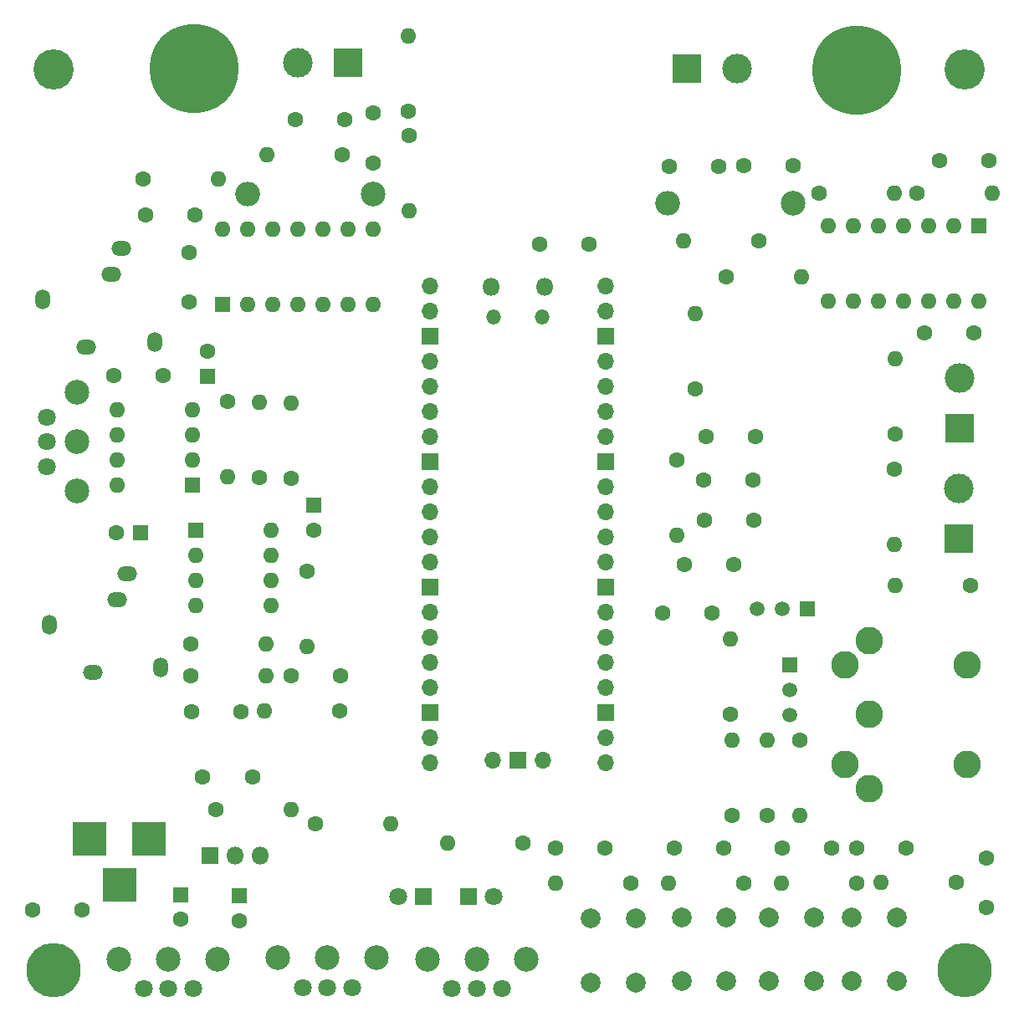
<source format=gbr>
%TF.GenerationSoftware,KiCad,Pcbnew,7.0.11+dfsg-1build4*%
%TF.CreationDate,2025-01-09T21:07:42-06:00*%
%TF.ProjectId,MCTheremin,4d435468-6572-4656-9d69-6e2e6b696361,rev?*%
%TF.SameCoordinates,Original*%
%TF.FileFunction,Soldermask,Bot*%
%TF.FilePolarity,Negative*%
%FSLAX46Y46*%
G04 Gerber Fmt 4.6, Leading zero omitted, Abs format (unit mm)*
G04 Created by KiCad (PCBNEW 7.0.11+dfsg-1build4) date 2025-01-09 21:07:42*
%MOMM*%
%LPD*%
G01*
G04 APERTURE LIST*
%ADD10C,1.600000*%
%ADD11R,1.600000X1.600000*%
%ADD12R,3.500000X3.500000*%
%ADD13C,9.000000*%
%ADD14C,4.064000*%
%ADD15C,5.500000*%
%ADD16R,1.500000X1.500000*%
%ADD17C,1.500000*%
%ADD18O,1.600000X1.600000*%
%ADD19C,1.800000*%
%ADD20C,2.500000*%
%ADD21C,2.000000*%
%ADD22R,1.800000X1.800000*%
%ADD23O,1.800000X1.800000*%
%ADD24R,3.000000X3.000000*%
%ADD25C,3.000000*%
%ADD26O,2.500000X2.500000*%
%ADD27O,1.500000X2.000000*%
%ADD28O,2.000000X1.500000*%
%ADD29C,2.800000*%
%ADD30O,1.500000X1.500000*%
%ADD31O,1.700000X1.700000*%
%ADD32R,1.700000X1.700000*%
G04 APERTURE END LIST*
D10*
%TO.C,C1*%
X119400000Y-100543000D03*
X124400000Y-100543000D03*
%TD*%
%TO.C,C2*%
X59640000Y-85883000D03*
X64640000Y-85883000D03*
%TD*%
%TO.C,C3*%
X119350000Y-96473000D03*
X124350000Y-96473000D03*
%TD*%
D11*
%TO.C,C5*%
X66400000Y-138433000D03*
D10*
X66400000Y-140933000D03*
%TD*%
D11*
%TO.C,C6*%
X62380000Y-101753000D03*
D10*
X59880000Y-101753000D03*
%TD*%
%TO.C,C8*%
X128410000Y-64633000D03*
X123410000Y-64633000D03*
%TD*%
%TO.C,C9*%
X67870000Y-69593000D03*
X62870000Y-69593000D03*
%TD*%
D11*
%TO.C,C10*%
X72350000Y-138533000D03*
D10*
X72350000Y-141033000D03*
%TD*%
%TO.C,C11*%
X119560000Y-92023000D03*
X124560000Y-92023000D03*
%TD*%
D11*
%TO.C,C12*%
X69140000Y-85913000D03*
D10*
X69140000Y-83413000D03*
%TD*%
D11*
%TO.C,C13*%
X79900000Y-99023000D03*
D10*
X79900000Y-101523000D03*
%TD*%
%TO.C,C14*%
X104394000Y-133731000D03*
X109394000Y-133731000D03*
%TD*%
%TO.C,C15*%
X116372000Y-133731000D03*
X121372000Y-133731000D03*
%TD*%
%TO.C,C17*%
X67260000Y-73433000D03*
X67260000Y-78433000D03*
%TD*%
%TO.C,C18*%
X107750000Y-72603000D03*
X102750000Y-72603000D03*
%TD*%
D12*
%TO.C,J1*%
X63230000Y-132733000D03*
X57230000Y-132733000D03*
X60230000Y-137433000D03*
%TD*%
D13*
%TO.C,J7*%
X67741800Y-54825900D03*
%TD*%
%TO.C,J8*%
X134874000Y-54991000D03*
%TD*%
D14*
%TO.C,J11*%
X53594000Y-54864000D03*
%TD*%
%TO.C,J12*%
X145796000Y-54864000D03*
%TD*%
D15*
%TO.C,J14*%
X145796000Y-146050000D03*
%TD*%
%TO.C,J15*%
X53594000Y-146050000D03*
%TD*%
D16*
%TO.C,Q3*%
X128090000Y-115193000D03*
D17*
X128090000Y-117733000D03*
X128090000Y-120273000D03*
%TD*%
D10*
%TO.C,R2*%
X82810000Y-63483000D03*
D18*
X75190000Y-63483000D03*
%TD*%
D10*
%TO.C,R5*%
X69980000Y-129803000D03*
D18*
X77600000Y-129803000D03*
%TD*%
D10*
%TO.C,R6*%
X71200000Y-88498000D03*
D18*
X71200000Y-96118000D03*
%TD*%
D10*
%TO.C,R7*%
X62650000Y-65963000D03*
D18*
X70270000Y-65963000D03*
%TD*%
D10*
%TO.C,R8*%
X131025900Y-67398900D03*
D18*
X138645900Y-67398900D03*
%TD*%
D10*
%TO.C,R9*%
X112014000Y-137287000D03*
D18*
X104394000Y-137287000D03*
%TD*%
D10*
%TO.C,R11*%
X123444000Y-137287000D03*
D18*
X115824000Y-137287000D03*
%TD*%
D10*
%TO.C,R12*%
X80090000Y-131203000D03*
D18*
X87710000Y-131203000D03*
%TD*%
D10*
%TO.C,R13*%
X101030000Y-133223000D03*
D18*
X93410000Y-133223000D03*
%TD*%
D10*
%TO.C,R14*%
X122060000Y-120173000D03*
D18*
X122060000Y-112553000D03*
%TD*%
D10*
%TO.C,R16*%
X122240000Y-130353000D03*
D18*
X122240000Y-122733000D03*
%TD*%
D10*
%TO.C,R18*%
X129040000Y-122773000D03*
D18*
X129040000Y-130393000D03*
%TD*%
D10*
%TO.C,R19*%
X146360000Y-107143000D03*
D18*
X138740000Y-107143000D03*
%TD*%
D19*
%TO.C,RV1*%
X98900000Y-147923000D03*
D20*
X101400000Y-144923000D03*
X96400000Y-144923000D03*
D19*
X96400000Y-147923000D03*
D20*
X91400000Y-144923000D03*
D19*
X93900000Y-147923000D03*
%TD*%
%TO.C,RV2*%
X83750000Y-147793000D03*
D20*
X86250000Y-144793000D03*
X81250000Y-144793000D03*
D19*
X81250000Y-147793000D03*
D20*
X76250000Y-144793000D03*
D19*
X78750000Y-147793000D03*
%TD*%
%TO.C,RV4*%
X67690000Y-147943000D03*
D20*
X70190000Y-144943000D03*
X65190000Y-144943000D03*
D19*
X65190000Y-147943000D03*
D20*
X60190000Y-144943000D03*
D19*
X62690000Y-147943000D03*
%TD*%
D21*
%TO.C,SW1*%
X112450000Y-140843000D03*
X112450000Y-147343000D03*
X107950000Y-140843000D03*
X107950000Y-147343000D03*
%TD*%
%TO.C,SW2*%
X121630000Y-140693000D03*
X121630000Y-147193000D03*
X117130000Y-140693000D03*
X117130000Y-147193000D03*
%TD*%
D11*
%TO.C,U1*%
X70688200Y-78689200D03*
D18*
X73228200Y-78689200D03*
X75768200Y-78689200D03*
X78308200Y-78689200D03*
X80848200Y-78689200D03*
X83388200Y-78689200D03*
X85928200Y-78689200D03*
X85928200Y-71069200D03*
X83388200Y-71069200D03*
X80848200Y-71069200D03*
X78308200Y-71069200D03*
X75768200Y-71069200D03*
X73228200Y-71069200D03*
X70688200Y-71069200D03*
%TD*%
D22*
%TO.C,U3*%
X69350000Y-134443000D03*
D23*
X71890000Y-134443000D03*
X74430000Y-134443000D03*
%TD*%
D11*
%TO.C,U4*%
X67640000Y-96933000D03*
D18*
X67640000Y-94393000D03*
X67640000Y-91853000D03*
X67640000Y-89313000D03*
X60020000Y-89313000D03*
X60020000Y-91853000D03*
X60020000Y-94393000D03*
X60020000Y-96933000D03*
%TD*%
D11*
%TO.C,U5*%
X67930000Y-101563000D03*
D18*
X67930000Y-104103000D03*
X67930000Y-106643000D03*
X67930000Y-109183000D03*
X75550000Y-109183000D03*
X75550000Y-106643000D03*
X75550000Y-104103000D03*
X75550000Y-101563000D03*
%TD*%
D10*
%TO.C,R20*%
X124891800Y-72186800D03*
D18*
X117271800Y-72186800D03*
%TD*%
D10*
%TO.C,R21*%
X121620000Y-75853000D03*
D18*
X129240000Y-75853000D03*
%TD*%
D10*
%TO.C,R22*%
X89560000Y-61583000D03*
D18*
X89560000Y-69203000D03*
%TD*%
D10*
%TO.C,R23*%
X89500000Y-59073000D03*
D18*
X89500000Y-51453000D03*
%TD*%
D24*
%TO.C,J5*%
X117683280Y-54762400D03*
D25*
X122763280Y-54762400D03*
%TD*%
D24*
%TO.C,J6*%
X83370000Y-54203000D03*
D25*
X78290000Y-54203000D03*
%TD*%
D19*
%TO.C,RV5*%
X52900000Y-95073000D03*
D20*
X55900000Y-97573000D03*
X55900000Y-92573000D03*
D19*
X52900000Y-92573000D03*
D20*
X55900000Y-87573000D03*
D19*
X52900000Y-90073000D03*
%TD*%
D11*
%TO.C,U6*%
X147193000Y-70739000D03*
D18*
X144653000Y-70739000D03*
X142113000Y-70739000D03*
X139573000Y-70739000D03*
X137033000Y-70739000D03*
X134493000Y-70739000D03*
X131953000Y-70739000D03*
X131953000Y-78359000D03*
X134493000Y-78359000D03*
X137033000Y-78359000D03*
X139573000Y-78359000D03*
X142113000Y-78359000D03*
X144653000Y-78359000D03*
X147193000Y-78359000D03*
%TD*%
D10*
%TO.C,C20*%
X146685000Y-81534000D03*
X141685000Y-81534000D03*
%TD*%
%TO.C,C21*%
X147930000Y-134673000D03*
X147930000Y-139673000D03*
%TD*%
%TO.C,C22*%
X56410000Y-139973000D03*
X51410000Y-139973000D03*
%TD*%
%TO.C,C23*%
X143217900Y-64096900D03*
X148217900Y-64096900D03*
%TD*%
%TO.C,C24*%
X78000000Y-59923000D03*
X83000000Y-59923000D03*
%TD*%
%TO.C,C25*%
X115860000Y-64663000D03*
X120860000Y-64663000D03*
%TD*%
%TO.C,C26*%
X85860000Y-59313000D03*
X85860000Y-64313000D03*
%TD*%
D20*
%TO.C,L1*%
X128397000Y-68389500D03*
D26*
X115697000Y-68389500D03*
%TD*%
D20*
%TO.C,L2*%
X85890000Y-67493000D03*
D26*
X73190000Y-67493000D03*
%TD*%
D10*
%TO.C,R1*%
X140931900Y-67437000D03*
D18*
X148551900Y-67437000D03*
%TD*%
D10*
%TO.C,C19*%
X127294000Y-133731000D03*
X132294000Y-133731000D03*
%TD*%
%TO.C,R27*%
X67440000Y-116293000D03*
D18*
X75060000Y-116293000D03*
%TD*%
D10*
%TO.C,C16*%
X73670000Y-126483000D03*
X68670000Y-126483000D03*
%TD*%
D22*
%TO.C,D3*%
X95530000Y-138633000D03*
D19*
X98070000Y-138633000D03*
%TD*%
D21*
%TO.C,SW4*%
X138866000Y-140693000D03*
X138866000Y-147193000D03*
X134366000Y-140693000D03*
X134366000Y-147193000D03*
%TD*%
D10*
%TO.C,R28*%
X77610000Y-96273000D03*
D18*
X77610000Y-88653000D03*
%TD*%
D10*
%TO.C,R33*%
X138690000Y-95353000D03*
D18*
X138690000Y-102973000D03*
%TD*%
D10*
%TO.C,C7*%
X134810000Y-133663000D03*
X139810000Y-133663000D03*
%TD*%
D16*
%TO.C,Q1*%
X129830000Y-109523000D03*
D17*
X127290000Y-109523000D03*
X124750000Y-109523000D03*
%TD*%
D10*
%TO.C,R3*%
X79200000Y-105653000D03*
D18*
X79200000Y-113273000D03*
%TD*%
D27*
%TO.C,J3*%
X53130000Y-111123000D03*
D28*
X61030000Y-105923000D03*
X60030000Y-108523000D03*
X57530000Y-115923000D03*
D27*
X64430000Y-115423000D03*
%TD*%
D10*
%TO.C,C2*%
X115230000Y-109883000D03*
X120230000Y-109883000D03*
%TD*%
%TO.C,R29*%
X74390000Y-96163000D03*
D18*
X74390000Y-88543000D03*
%TD*%
D29*
%TO.C,J21*%
X136150000Y-112689000D03*
X136150000Y-120189000D03*
X136150000Y-127689000D03*
X133650000Y-115189000D03*
X133650000Y-125189000D03*
X146050000Y-115189000D03*
X146050000Y-125189000D03*
%TD*%
D10*
%TO.C,R31*%
X134874000Y-137287000D03*
D18*
X127254000Y-137287000D03*
%TD*%
D22*
%TO.C,D2*%
X90970000Y-138613000D03*
D19*
X88430000Y-138613000D03*
%TD*%
D23*
%TO.C,U7*%
X97825000Y-76913000D03*
D30*
X98125000Y-79943000D03*
X102975000Y-79943000D03*
D23*
X103275000Y-76913000D03*
D31*
X91660000Y-76783000D03*
X91660000Y-79323000D03*
D32*
X91660000Y-81863000D03*
D31*
X91660000Y-84403000D03*
X91660000Y-86943000D03*
X91660000Y-89483000D03*
X91660000Y-92023000D03*
D32*
X91660000Y-94563000D03*
D31*
X91660000Y-97103000D03*
X91660000Y-99643000D03*
X91660000Y-102183000D03*
X91660000Y-104723000D03*
D32*
X91660000Y-107263000D03*
D31*
X91660000Y-109803000D03*
X91660000Y-112343000D03*
X91660000Y-114883000D03*
X91660000Y-117423000D03*
D32*
X91660000Y-119963000D03*
D31*
X91660000Y-122503000D03*
X91660000Y-125043000D03*
X109440000Y-125043000D03*
X109440000Y-122503000D03*
D32*
X109440000Y-119963000D03*
D31*
X109440000Y-117423000D03*
X109440000Y-114883000D03*
X109440000Y-112343000D03*
X109440000Y-109803000D03*
D32*
X109440000Y-107263000D03*
D31*
X109440000Y-104723000D03*
X109440000Y-102183000D03*
X109440000Y-99643000D03*
X109440000Y-97103000D03*
D32*
X109440000Y-94563000D03*
D31*
X109440000Y-92023000D03*
X109440000Y-89483000D03*
X109440000Y-86943000D03*
X109440000Y-84403000D03*
D32*
X109440000Y-81863000D03*
D31*
X109440000Y-79323000D03*
X109440000Y-76783000D03*
X98010000Y-124813000D03*
D32*
X100550000Y-124813000D03*
D31*
X103090000Y-124813000D03*
%TD*%
D10*
%TO.C,C28*%
X117370000Y-104963000D03*
X122370000Y-104963000D03*
%TD*%
%TO.C,R34*%
X138720000Y-91783000D03*
D18*
X138720000Y-84163000D03*
%TD*%
D10*
%TO.C,C27*%
X67500000Y-119853000D03*
X72500000Y-119853000D03*
%TD*%
%TO.C,R32*%
X144930000Y-137193000D03*
D18*
X137310000Y-137193000D03*
%TD*%
D10*
%TO.C,R24*%
X118460000Y-87183000D03*
D18*
X118460000Y-79563000D03*
%TD*%
D27*
%TO.C,J4*%
X52500000Y-78183000D03*
D28*
X60400000Y-72983000D03*
X59400000Y-75583000D03*
X56900000Y-82983000D03*
D27*
X63800000Y-82483000D03*
%TD*%
D10*
%TO.C,R30*%
X125800000Y-130353000D03*
D18*
X125800000Y-122733000D03*
%TD*%
D24*
%TO.C,J2*%
X145290000Y-91233000D03*
D25*
X145290000Y-86153000D03*
%TD*%
D10*
%TO.C,R26*%
X116600000Y-94393000D03*
D18*
X116600000Y-102013000D03*
%TD*%
D10*
%TO.C,R4*%
X82490000Y-119843000D03*
D18*
X74870000Y-119843000D03*
%TD*%
D10*
%TO.C,R25*%
X67410000Y-113013000D03*
D18*
X75030000Y-113013000D03*
%TD*%
D10*
%TO.C,C4*%
X77570000Y-116253000D03*
X82570000Y-116253000D03*
%TD*%
D21*
%TO.C,SW3*%
X130484000Y-140693000D03*
X130484000Y-147193000D03*
X125984000Y-140693000D03*
X125984000Y-147193000D03*
%TD*%
D24*
%TO.C,J9*%
X145190000Y-102333000D03*
D25*
X145190000Y-97253000D03*
%TD*%
M02*

</source>
